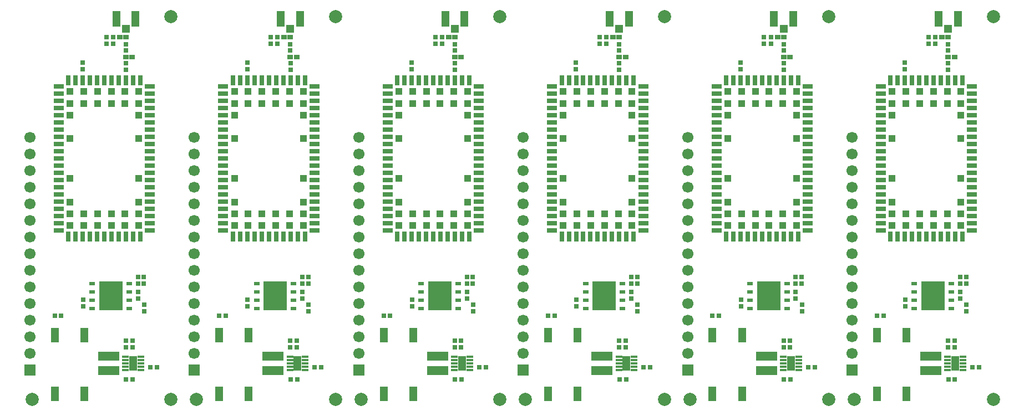
<source format=gts>
G04*
G04 #@! TF.GenerationSoftware,Altium Limited,Altium Designer,18.0.12 (696)*
G04*
G04 Layer_Color=8388736*
%FSLAX44Y44*%
%MOMM*%
G71*
G01*
G75*
%ADD10R,1.5000X0.8000*%
%ADD11R,0.8000X1.5000*%
%ADD12R,1.1000X1.1000*%
%ADD41R,0.8000X0.7000*%
%ADD42R,3.2000X1.4000*%
%ADD43R,1.0500X0.4500*%
%ADD44R,1.2900X2.2000*%
%ADD45R,0.7500X0.8000*%
%ADD46R,0.8500X0.7000*%
%ADD47R,0.7000X0.8000*%
%ADD48R,0.8000X0.7500*%
%ADD49R,1.2000X2.2000*%
%ADD50R,3.6000X4.4000*%
%ADD51R,0.9000X0.5000*%
%ADD52R,1.2500X2.4000*%
%ADD53R,1.2000X1.2500*%
%ADD54C,2.0000*%
%ADD55C,1.7000*%
%ADD56R,1.7000X1.7000*%
D10*
X259040Y695520D02*
D03*
Y684520D02*
D03*
Y673520D02*
D03*
Y662520D02*
D03*
Y651520D02*
D03*
Y640520D02*
D03*
Y629520D02*
D03*
Y618520D02*
D03*
Y607520D02*
D03*
Y596520D02*
D03*
Y585520D02*
D03*
Y574520D02*
D03*
Y563520D02*
D03*
Y552520D02*
D03*
Y541520D02*
D03*
Y530520D02*
D03*
Y519520D02*
D03*
Y508520D02*
D03*
Y497520D02*
D03*
Y486520D02*
D03*
Y475520D02*
D03*
X398040Y475520D02*
D03*
Y486520D02*
D03*
Y497520D02*
D03*
Y508520D02*
D03*
Y519520D02*
D03*
Y530520D02*
D03*
Y541520D02*
D03*
Y552520D02*
D03*
Y563520D02*
D03*
Y574520D02*
D03*
Y585520D02*
D03*
Y596520D02*
D03*
Y607520D02*
D03*
Y618520D02*
D03*
Y629520D02*
D03*
Y640520D02*
D03*
Y651520D02*
D03*
Y662520D02*
D03*
Y673520D02*
D03*
Y684520D02*
D03*
Y695520D02*
D03*
X510040D02*
D03*
Y684520D02*
D03*
Y673520D02*
D03*
Y662520D02*
D03*
Y651520D02*
D03*
Y640520D02*
D03*
Y629520D02*
D03*
Y618520D02*
D03*
Y607520D02*
D03*
Y596520D02*
D03*
Y585520D02*
D03*
Y574520D02*
D03*
Y563520D02*
D03*
Y552520D02*
D03*
Y541520D02*
D03*
Y530520D02*
D03*
Y519520D02*
D03*
Y508520D02*
D03*
Y497520D02*
D03*
Y486520D02*
D03*
Y475520D02*
D03*
X649040Y475520D02*
D03*
Y486520D02*
D03*
Y497520D02*
D03*
Y508520D02*
D03*
Y519520D02*
D03*
Y530520D02*
D03*
Y541520D02*
D03*
Y552520D02*
D03*
Y563520D02*
D03*
Y574520D02*
D03*
Y585520D02*
D03*
Y596520D02*
D03*
Y607520D02*
D03*
Y618520D02*
D03*
Y629520D02*
D03*
Y640520D02*
D03*
Y651520D02*
D03*
Y662520D02*
D03*
Y673520D02*
D03*
Y684520D02*
D03*
Y695520D02*
D03*
X761040D02*
D03*
Y684520D02*
D03*
Y673520D02*
D03*
Y662520D02*
D03*
Y651520D02*
D03*
Y640520D02*
D03*
Y629520D02*
D03*
Y618520D02*
D03*
Y607520D02*
D03*
Y596520D02*
D03*
Y585520D02*
D03*
Y574520D02*
D03*
Y563520D02*
D03*
Y552520D02*
D03*
Y541520D02*
D03*
Y530520D02*
D03*
Y519520D02*
D03*
Y508520D02*
D03*
Y497520D02*
D03*
Y486520D02*
D03*
Y475520D02*
D03*
X900040Y475520D02*
D03*
Y486520D02*
D03*
Y497520D02*
D03*
Y508520D02*
D03*
Y519520D02*
D03*
Y530520D02*
D03*
Y541520D02*
D03*
Y552520D02*
D03*
Y563520D02*
D03*
Y574520D02*
D03*
Y585520D02*
D03*
Y596520D02*
D03*
Y607520D02*
D03*
Y618520D02*
D03*
Y629520D02*
D03*
Y640520D02*
D03*
Y651520D02*
D03*
Y662520D02*
D03*
Y673520D02*
D03*
Y684520D02*
D03*
Y695520D02*
D03*
X1012040D02*
D03*
Y684520D02*
D03*
Y673520D02*
D03*
Y662520D02*
D03*
Y651520D02*
D03*
Y640520D02*
D03*
Y629520D02*
D03*
Y618520D02*
D03*
Y607520D02*
D03*
Y596520D02*
D03*
Y585520D02*
D03*
Y574520D02*
D03*
Y563520D02*
D03*
Y552520D02*
D03*
Y541520D02*
D03*
Y530520D02*
D03*
Y519520D02*
D03*
Y508520D02*
D03*
Y497520D02*
D03*
Y486520D02*
D03*
Y475520D02*
D03*
X1151040Y475520D02*
D03*
Y486520D02*
D03*
Y497520D02*
D03*
Y508520D02*
D03*
Y519520D02*
D03*
Y530520D02*
D03*
Y541520D02*
D03*
Y552520D02*
D03*
Y563520D02*
D03*
Y574520D02*
D03*
Y585520D02*
D03*
Y596520D02*
D03*
Y607520D02*
D03*
Y618520D02*
D03*
Y629520D02*
D03*
Y640520D02*
D03*
Y651520D02*
D03*
Y662520D02*
D03*
Y673520D02*
D03*
Y684520D02*
D03*
Y695520D02*
D03*
X1263040D02*
D03*
Y684520D02*
D03*
Y673520D02*
D03*
Y662520D02*
D03*
Y651520D02*
D03*
Y640520D02*
D03*
Y629520D02*
D03*
Y618520D02*
D03*
Y607520D02*
D03*
Y596520D02*
D03*
Y585520D02*
D03*
Y574520D02*
D03*
Y563520D02*
D03*
Y552520D02*
D03*
Y541520D02*
D03*
Y530520D02*
D03*
Y519520D02*
D03*
Y508520D02*
D03*
Y497520D02*
D03*
Y486520D02*
D03*
Y475520D02*
D03*
X1402040Y475520D02*
D03*
Y486520D02*
D03*
Y497520D02*
D03*
Y508520D02*
D03*
Y519520D02*
D03*
Y530520D02*
D03*
Y541520D02*
D03*
Y552520D02*
D03*
Y563520D02*
D03*
Y574520D02*
D03*
Y585520D02*
D03*
Y596520D02*
D03*
Y607520D02*
D03*
Y618520D02*
D03*
Y629520D02*
D03*
Y640520D02*
D03*
Y651520D02*
D03*
Y662520D02*
D03*
Y673520D02*
D03*
Y684520D02*
D03*
Y695520D02*
D03*
X1514040D02*
D03*
Y684520D02*
D03*
Y673520D02*
D03*
Y662520D02*
D03*
Y651520D02*
D03*
Y640520D02*
D03*
Y629520D02*
D03*
Y618520D02*
D03*
Y607520D02*
D03*
Y596520D02*
D03*
Y585520D02*
D03*
Y574520D02*
D03*
Y563520D02*
D03*
Y552520D02*
D03*
Y541520D02*
D03*
Y530520D02*
D03*
Y519520D02*
D03*
Y508520D02*
D03*
Y497520D02*
D03*
Y486520D02*
D03*
Y475520D02*
D03*
X1653040Y475520D02*
D03*
Y486520D02*
D03*
Y497520D02*
D03*
Y508520D02*
D03*
Y519520D02*
D03*
Y530520D02*
D03*
Y541520D02*
D03*
Y552520D02*
D03*
Y563520D02*
D03*
Y574520D02*
D03*
Y585520D02*
D03*
Y596520D02*
D03*
Y607520D02*
D03*
Y618520D02*
D03*
Y629520D02*
D03*
Y640520D02*
D03*
Y651520D02*
D03*
Y662520D02*
D03*
Y673520D02*
D03*
Y684520D02*
D03*
Y695520D02*
D03*
D11*
X273540Y466020D02*
D03*
X284540D02*
D03*
X295540D02*
D03*
X306540D02*
D03*
X317540D02*
D03*
X328540D02*
D03*
X339540D02*
D03*
X350540D02*
D03*
X361540D02*
D03*
X372540D02*
D03*
X383540D02*
D03*
Y705020D02*
D03*
X372540D02*
D03*
X361540D02*
D03*
X350540D02*
D03*
X339540D02*
D03*
X328540D02*
D03*
X317540D02*
D03*
X306540D02*
D03*
X295540D02*
D03*
X284540D02*
D03*
X273540D02*
D03*
X524540Y466020D02*
D03*
X535540D02*
D03*
X546540D02*
D03*
X557540D02*
D03*
X568540D02*
D03*
X579540D02*
D03*
X590540D02*
D03*
X601540D02*
D03*
X612540D02*
D03*
X623540D02*
D03*
X634540D02*
D03*
Y705020D02*
D03*
X623540D02*
D03*
X612540D02*
D03*
X601540D02*
D03*
X590540D02*
D03*
X579540D02*
D03*
X568540D02*
D03*
X557540D02*
D03*
X546540D02*
D03*
X535540D02*
D03*
X524540D02*
D03*
X775540Y466020D02*
D03*
X786540D02*
D03*
X797540D02*
D03*
X808540D02*
D03*
X819540D02*
D03*
X830540D02*
D03*
X841540D02*
D03*
X852540D02*
D03*
X863540D02*
D03*
X874540D02*
D03*
X885540D02*
D03*
Y705020D02*
D03*
X874540D02*
D03*
X863540D02*
D03*
X852540D02*
D03*
X841540D02*
D03*
X830540D02*
D03*
X819540D02*
D03*
X808540D02*
D03*
X797540D02*
D03*
X786540D02*
D03*
X775540D02*
D03*
X1026540Y466020D02*
D03*
X1037540D02*
D03*
X1048540D02*
D03*
X1059540D02*
D03*
X1070540D02*
D03*
X1081540D02*
D03*
X1092540D02*
D03*
X1103540D02*
D03*
X1114540D02*
D03*
X1125540D02*
D03*
X1136540D02*
D03*
Y705020D02*
D03*
X1125540D02*
D03*
X1114540D02*
D03*
X1103540D02*
D03*
X1092540D02*
D03*
X1081540D02*
D03*
X1070540D02*
D03*
X1059540D02*
D03*
X1048540D02*
D03*
X1037540D02*
D03*
X1026540D02*
D03*
X1277540Y466020D02*
D03*
X1288540D02*
D03*
X1299540D02*
D03*
X1310540D02*
D03*
X1321540D02*
D03*
X1332540D02*
D03*
X1343540D02*
D03*
X1354540D02*
D03*
X1365540D02*
D03*
X1376540D02*
D03*
X1387540D02*
D03*
Y705020D02*
D03*
X1376540D02*
D03*
X1365540D02*
D03*
X1354540D02*
D03*
X1343540D02*
D03*
X1332540D02*
D03*
X1321540D02*
D03*
X1310540D02*
D03*
X1299540D02*
D03*
X1288540D02*
D03*
X1277540D02*
D03*
X1528540Y466020D02*
D03*
X1539540D02*
D03*
X1550540D02*
D03*
X1561540D02*
D03*
X1572540D02*
D03*
X1583540D02*
D03*
X1594540D02*
D03*
X1605540D02*
D03*
X1616540D02*
D03*
X1627540D02*
D03*
X1638540D02*
D03*
Y705020D02*
D03*
X1627540D02*
D03*
X1616540D02*
D03*
X1605540D02*
D03*
X1594540D02*
D03*
X1583540D02*
D03*
X1572540D02*
D03*
X1561540D02*
D03*
X1550540D02*
D03*
X1539540D02*
D03*
X1528540D02*
D03*
D12*
X276040Y688020D02*
D03*
Y670020D02*
D03*
Y652020D02*
D03*
Y616020D02*
D03*
Y555020D02*
D03*
Y519020D02*
D03*
Y501020D02*
D03*
Y483020D02*
D03*
X297040D02*
D03*
X318040D02*
D03*
X339040D02*
D03*
X360040D02*
D03*
X381040D02*
D03*
Y501020D02*
D03*
X360040D02*
D03*
X339040D02*
D03*
X318040D02*
D03*
X297040D02*
D03*
X381040Y519020D02*
D03*
Y555020D02*
D03*
Y616020D02*
D03*
Y652020D02*
D03*
X297040Y670020D02*
D03*
X318040D02*
D03*
X339040D02*
D03*
X360040D02*
D03*
X381040D02*
D03*
Y688020D02*
D03*
X360040D02*
D03*
X339040D02*
D03*
X318040D02*
D03*
X297040D02*
D03*
X527040D02*
D03*
Y670020D02*
D03*
Y652020D02*
D03*
Y616020D02*
D03*
Y555020D02*
D03*
Y519020D02*
D03*
Y501020D02*
D03*
Y483020D02*
D03*
X548040D02*
D03*
X569040D02*
D03*
X590040D02*
D03*
X611040D02*
D03*
X632040D02*
D03*
Y501020D02*
D03*
X611040D02*
D03*
X590040D02*
D03*
X569040D02*
D03*
X548040D02*
D03*
X632040Y519020D02*
D03*
Y555020D02*
D03*
Y616020D02*
D03*
Y652020D02*
D03*
X548040Y670020D02*
D03*
X569040D02*
D03*
X590040D02*
D03*
X611040D02*
D03*
X632040D02*
D03*
Y688020D02*
D03*
X611040D02*
D03*
X590040D02*
D03*
X569040D02*
D03*
X548040D02*
D03*
X778040D02*
D03*
Y670020D02*
D03*
Y652020D02*
D03*
Y616020D02*
D03*
Y555020D02*
D03*
Y519020D02*
D03*
Y501020D02*
D03*
Y483020D02*
D03*
X799040D02*
D03*
X820040D02*
D03*
X841040D02*
D03*
X862040D02*
D03*
X883040D02*
D03*
Y501020D02*
D03*
X862040D02*
D03*
X841040D02*
D03*
X820040D02*
D03*
X799040D02*
D03*
X883040Y519020D02*
D03*
Y555020D02*
D03*
Y616020D02*
D03*
Y652020D02*
D03*
X799040Y670020D02*
D03*
X820040D02*
D03*
X841040D02*
D03*
X862040D02*
D03*
X883040D02*
D03*
Y688020D02*
D03*
X862040D02*
D03*
X841040D02*
D03*
X820040D02*
D03*
X799040D02*
D03*
X1029040D02*
D03*
Y670020D02*
D03*
Y652020D02*
D03*
Y616020D02*
D03*
Y555020D02*
D03*
Y519020D02*
D03*
Y501020D02*
D03*
Y483020D02*
D03*
X1050040D02*
D03*
X1071040D02*
D03*
X1092040D02*
D03*
X1113040D02*
D03*
X1134040D02*
D03*
Y501020D02*
D03*
X1113040D02*
D03*
X1092040D02*
D03*
X1071040D02*
D03*
X1050040D02*
D03*
X1134040Y519020D02*
D03*
Y555020D02*
D03*
Y616020D02*
D03*
Y652020D02*
D03*
X1050040Y670020D02*
D03*
X1071040D02*
D03*
X1092040D02*
D03*
X1113040D02*
D03*
X1134040D02*
D03*
Y688020D02*
D03*
X1113040D02*
D03*
X1092040D02*
D03*
X1071040D02*
D03*
X1050040D02*
D03*
X1280040D02*
D03*
Y670020D02*
D03*
Y652020D02*
D03*
Y616020D02*
D03*
Y555020D02*
D03*
Y519020D02*
D03*
Y501020D02*
D03*
Y483020D02*
D03*
X1301040D02*
D03*
X1322040D02*
D03*
X1343040D02*
D03*
X1364040D02*
D03*
X1385040D02*
D03*
Y501020D02*
D03*
X1364040D02*
D03*
X1343040D02*
D03*
X1322040D02*
D03*
X1301040D02*
D03*
X1385040Y519020D02*
D03*
Y555020D02*
D03*
Y616020D02*
D03*
Y652020D02*
D03*
X1301040Y670020D02*
D03*
X1322040D02*
D03*
X1343040D02*
D03*
X1364040D02*
D03*
X1385040D02*
D03*
Y688020D02*
D03*
X1364040D02*
D03*
X1343040D02*
D03*
X1322040D02*
D03*
X1301040D02*
D03*
X1531040D02*
D03*
Y670020D02*
D03*
Y652020D02*
D03*
Y616020D02*
D03*
Y555020D02*
D03*
Y519020D02*
D03*
Y501020D02*
D03*
Y483020D02*
D03*
X1552040D02*
D03*
X1573040D02*
D03*
X1594040D02*
D03*
X1615040D02*
D03*
X1636040D02*
D03*
Y501020D02*
D03*
X1615040D02*
D03*
X1594040D02*
D03*
X1573040D02*
D03*
X1552040D02*
D03*
X1636040Y519020D02*
D03*
Y555020D02*
D03*
Y616020D02*
D03*
Y652020D02*
D03*
X1552040Y670020D02*
D03*
X1573040D02*
D03*
X1594040D02*
D03*
X1615040D02*
D03*
X1636040D02*
D03*
Y688020D02*
D03*
X1615040D02*
D03*
X1594040D02*
D03*
X1573040D02*
D03*
X1552040D02*
D03*
D41*
X361250Y307500D02*
D03*
X371250D02*
D03*
X361250Y297500D02*
D03*
X371250D02*
D03*
X398750Y267000D02*
D03*
X408750D02*
D03*
X361750Y248250D02*
D03*
X371750D02*
D03*
X612250Y307500D02*
D03*
X622250D02*
D03*
X612250Y297500D02*
D03*
X622250D02*
D03*
X649750Y267000D02*
D03*
X659750D02*
D03*
X612750Y248250D02*
D03*
X622750D02*
D03*
X863250Y307500D02*
D03*
X873250D02*
D03*
X863250Y297500D02*
D03*
X873250D02*
D03*
X900750Y267000D02*
D03*
X910750D02*
D03*
X863750Y248250D02*
D03*
X873750D02*
D03*
X1114250Y307500D02*
D03*
X1124250D02*
D03*
X1114250Y297500D02*
D03*
X1124250D02*
D03*
X1151750Y267000D02*
D03*
X1161750D02*
D03*
X1114750Y248250D02*
D03*
X1124750D02*
D03*
X1365250Y307500D02*
D03*
X1375250D02*
D03*
X1365250Y297500D02*
D03*
X1375250D02*
D03*
X1402750Y267000D02*
D03*
X1412750D02*
D03*
X1365750Y248250D02*
D03*
X1375750D02*
D03*
X1616250Y307500D02*
D03*
X1626250D02*
D03*
X1616250Y297500D02*
D03*
X1626250D02*
D03*
X1653750Y267000D02*
D03*
X1663750D02*
D03*
X1616750Y248250D02*
D03*
X1626750D02*
D03*
D42*
X335000Y261650D02*
D03*
Y283350D02*
D03*
X586000Y261650D02*
D03*
Y283350D02*
D03*
X837000Y261650D02*
D03*
Y283350D02*
D03*
X1088000Y261650D02*
D03*
Y283350D02*
D03*
X1339000Y261650D02*
D03*
Y283350D02*
D03*
X1590000Y261650D02*
D03*
Y283350D02*
D03*
D43*
X360800Y282500D02*
D03*
Y277500D02*
D03*
Y272500D02*
D03*
Y267500D02*
D03*
Y262500D02*
D03*
X384200Y282500D02*
D03*
Y277500D02*
D03*
Y272500D02*
D03*
Y267500D02*
D03*
Y262500D02*
D03*
X611800Y282500D02*
D03*
Y277500D02*
D03*
Y272500D02*
D03*
Y267500D02*
D03*
Y262500D02*
D03*
X635200Y282500D02*
D03*
Y277500D02*
D03*
Y272500D02*
D03*
Y267500D02*
D03*
Y262500D02*
D03*
X862800Y282500D02*
D03*
Y277500D02*
D03*
Y272500D02*
D03*
Y267500D02*
D03*
Y262500D02*
D03*
X886200Y282500D02*
D03*
Y277500D02*
D03*
Y272500D02*
D03*
Y267500D02*
D03*
Y262500D02*
D03*
X1113800Y282500D02*
D03*
Y277500D02*
D03*
Y272500D02*
D03*
Y267500D02*
D03*
Y262500D02*
D03*
X1137200Y282500D02*
D03*
Y277500D02*
D03*
Y272500D02*
D03*
Y267500D02*
D03*
Y262500D02*
D03*
X1364800Y282500D02*
D03*
Y277500D02*
D03*
Y272500D02*
D03*
Y267500D02*
D03*
Y262500D02*
D03*
X1388200Y282500D02*
D03*
Y277500D02*
D03*
Y272500D02*
D03*
Y267500D02*
D03*
Y262500D02*
D03*
X1615800Y282500D02*
D03*
Y277500D02*
D03*
Y272500D02*
D03*
Y267500D02*
D03*
Y262500D02*
D03*
X1639200Y282500D02*
D03*
Y277500D02*
D03*
Y272500D02*
D03*
Y267500D02*
D03*
Y262500D02*
D03*
D44*
X372500Y272500D02*
D03*
X623500D02*
D03*
X874500D02*
D03*
X1125500D02*
D03*
X1376500D02*
D03*
X1627500D02*
D03*
D45*
X361560Y731490D02*
D03*
Y721490D02*
D03*
X295500Y732000D02*
D03*
Y722000D02*
D03*
X341750Y761250D02*
D03*
Y771250D02*
D03*
X612560Y731490D02*
D03*
Y721490D02*
D03*
X546500Y732000D02*
D03*
Y722000D02*
D03*
X592750Y761250D02*
D03*
Y771250D02*
D03*
X863560Y731490D02*
D03*
Y721490D02*
D03*
X797500Y732000D02*
D03*
Y722000D02*
D03*
X843750Y761250D02*
D03*
Y771250D02*
D03*
X1114560Y731490D02*
D03*
Y721490D02*
D03*
X1048500Y732000D02*
D03*
Y722000D02*
D03*
X1094750Y761250D02*
D03*
Y771250D02*
D03*
X1365560Y731490D02*
D03*
Y721490D02*
D03*
X1299500Y732000D02*
D03*
Y722000D02*
D03*
X1345750Y761250D02*
D03*
Y771250D02*
D03*
X1616560Y731490D02*
D03*
Y721490D02*
D03*
X1550500Y732000D02*
D03*
Y722000D02*
D03*
X1596750Y761250D02*
D03*
Y771250D02*
D03*
D46*
X361500Y741000D02*
D03*
X371000D02*
D03*
X361500Y771250D02*
D03*
X352000D02*
D03*
X612500Y741000D02*
D03*
X622000D02*
D03*
X612500Y771250D02*
D03*
X603000D02*
D03*
X863500Y741000D02*
D03*
X873000D02*
D03*
X863500Y771250D02*
D03*
X854000D02*
D03*
X1114500Y741000D02*
D03*
X1124000D02*
D03*
X1114500Y771250D02*
D03*
X1105000D02*
D03*
X1365500Y741000D02*
D03*
X1375000D02*
D03*
X1365500Y771250D02*
D03*
X1356000D02*
D03*
X1616500Y741000D02*
D03*
X1626000D02*
D03*
X1616500Y771250D02*
D03*
X1607000D02*
D03*
D47*
X361500Y750500D02*
D03*
Y760500D02*
D03*
X331500Y771250D02*
D03*
Y761250D02*
D03*
X389250Y352250D02*
D03*
Y362250D02*
D03*
X379750Y372000D02*
D03*
Y382000D02*
D03*
Y404750D02*
D03*
Y394750D02*
D03*
X296000Y359500D02*
D03*
Y369500D02*
D03*
X388750Y404750D02*
D03*
Y394750D02*
D03*
X612500Y750500D02*
D03*
Y760500D02*
D03*
X582500Y771250D02*
D03*
Y761250D02*
D03*
X640250Y352250D02*
D03*
Y362250D02*
D03*
X630750Y372000D02*
D03*
Y382000D02*
D03*
Y404750D02*
D03*
Y394750D02*
D03*
X547000Y359500D02*
D03*
Y369500D02*
D03*
X639750Y404750D02*
D03*
Y394750D02*
D03*
X863500Y750500D02*
D03*
Y760500D02*
D03*
X833500Y771250D02*
D03*
Y761250D02*
D03*
X891250Y352250D02*
D03*
Y362250D02*
D03*
X881750Y372000D02*
D03*
Y382000D02*
D03*
Y404750D02*
D03*
Y394750D02*
D03*
X798000Y359500D02*
D03*
Y369500D02*
D03*
X890750Y404750D02*
D03*
Y394750D02*
D03*
X1114500Y750500D02*
D03*
Y760500D02*
D03*
X1084500Y771250D02*
D03*
Y761250D02*
D03*
X1142250Y352250D02*
D03*
Y362250D02*
D03*
X1132750Y372000D02*
D03*
Y382000D02*
D03*
Y404750D02*
D03*
Y394750D02*
D03*
X1049000Y359500D02*
D03*
Y369500D02*
D03*
X1141750Y404750D02*
D03*
Y394750D02*
D03*
X1365500Y750500D02*
D03*
Y760500D02*
D03*
X1335500Y771250D02*
D03*
Y761250D02*
D03*
X1393250Y352250D02*
D03*
Y362250D02*
D03*
X1383750Y372000D02*
D03*
Y382000D02*
D03*
Y404750D02*
D03*
Y394750D02*
D03*
X1300000Y359500D02*
D03*
Y369500D02*
D03*
X1392750Y404750D02*
D03*
Y394750D02*
D03*
X1616500Y750500D02*
D03*
Y760500D02*
D03*
X1586500Y771250D02*
D03*
Y761250D02*
D03*
X1644250Y352250D02*
D03*
Y362250D02*
D03*
X1634750Y372000D02*
D03*
Y382000D02*
D03*
Y404750D02*
D03*
Y394750D02*
D03*
X1551000Y359500D02*
D03*
Y369500D02*
D03*
X1643750Y404750D02*
D03*
Y394750D02*
D03*
D48*
X262750Y345250D02*
D03*
X252750D02*
D03*
X513750D02*
D03*
X503750D02*
D03*
X764750D02*
D03*
X754750D02*
D03*
X1015750D02*
D03*
X1005750D02*
D03*
X1266750D02*
D03*
X1256750D02*
D03*
X1517750D02*
D03*
X1507750D02*
D03*
D49*
X297750Y226000D02*
D03*
X252750D02*
D03*
X297750Y316000D02*
D03*
X252750D02*
D03*
X548750Y226000D02*
D03*
X503750D02*
D03*
X548750Y316000D02*
D03*
X503750D02*
D03*
X799750Y226000D02*
D03*
X754750D02*
D03*
X799750Y316000D02*
D03*
X754750D02*
D03*
X1050750Y226000D02*
D03*
X1005750D02*
D03*
X1050750Y316000D02*
D03*
X1005750D02*
D03*
X1301750Y226000D02*
D03*
X1256750D02*
D03*
X1301750Y316000D02*
D03*
X1256750D02*
D03*
X1552750Y226000D02*
D03*
X1507750D02*
D03*
X1552750Y316000D02*
D03*
X1507750D02*
D03*
D50*
X338500Y375750D02*
D03*
X589500D02*
D03*
X840500D02*
D03*
X1091500D02*
D03*
X1342500D02*
D03*
X1593500D02*
D03*
D51*
X366500Y394800D02*
D03*
X366500Y382100D02*
D03*
Y369400D02*
D03*
X366500Y356700D02*
D03*
X310000D02*
D03*
Y369400D02*
D03*
Y382100D02*
D03*
Y394800D02*
D03*
X617500D02*
D03*
X617500Y382100D02*
D03*
Y369400D02*
D03*
X617500Y356700D02*
D03*
X561000D02*
D03*
Y369400D02*
D03*
Y382100D02*
D03*
Y394800D02*
D03*
X868500D02*
D03*
X868500Y382100D02*
D03*
Y369400D02*
D03*
X868500Y356700D02*
D03*
X812000D02*
D03*
Y369400D02*
D03*
Y382100D02*
D03*
Y394800D02*
D03*
X1119500D02*
D03*
X1119500Y382100D02*
D03*
Y369400D02*
D03*
X1119500Y356700D02*
D03*
X1063000D02*
D03*
Y369400D02*
D03*
Y382100D02*
D03*
Y394800D02*
D03*
X1370500D02*
D03*
X1370500Y382100D02*
D03*
Y369400D02*
D03*
X1370500Y356700D02*
D03*
X1314000D02*
D03*
Y369400D02*
D03*
Y382100D02*
D03*
Y394800D02*
D03*
X1621500D02*
D03*
X1621500Y382100D02*
D03*
Y369400D02*
D03*
X1621500Y356700D02*
D03*
X1565000D02*
D03*
Y369400D02*
D03*
Y382100D02*
D03*
Y394800D02*
D03*
D52*
X376250Y799500D02*
D03*
X346750D02*
D03*
X627250D02*
D03*
X597750D02*
D03*
X878250D02*
D03*
X848750D02*
D03*
X1129250D02*
D03*
X1099750D02*
D03*
X1380250D02*
D03*
X1350750D02*
D03*
X1631250D02*
D03*
X1601750D02*
D03*
D53*
X361500Y784250D02*
D03*
X612500D02*
D03*
X863500D02*
D03*
X1114500D02*
D03*
X1365500D02*
D03*
X1616500D02*
D03*
D54*
X218250Y217250D02*
D03*
X430250Y217750D02*
D03*
Y802750D02*
D03*
X469250Y217250D02*
D03*
X681250Y217750D02*
D03*
Y802750D02*
D03*
X720250Y217250D02*
D03*
X932250Y217750D02*
D03*
Y802750D02*
D03*
X971250Y217250D02*
D03*
X1183250Y217750D02*
D03*
Y802750D02*
D03*
X1222250Y217250D02*
D03*
X1434250Y217750D02*
D03*
Y802750D02*
D03*
X1473250Y217250D02*
D03*
X1685250Y217750D02*
D03*
Y802750D02*
D03*
D55*
X215000Y491300D02*
D03*
Y465900D02*
D03*
Y415100D02*
D03*
Y389700D02*
D03*
Y592900D02*
D03*
Y338900D02*
D03*
Y516700D02*
D03*
Y288100D02*
D03*
Y542100D02*
D03*
Y313500D02*
D03*
Y567500D02*
D03*
Y364300D02*
D03*
Y618300D02*
D03*
Y440500D02*
D03*
X466000Y491300D02*
D03*
Y465900D02*
D03*
Y415100D02*
D03*
Y389700D02*
D03*
Y592900D02*
D03*
Y338900D02*
D03*
Y516700D02*
D03*
Y288100D02*
D03*
Y542100D02*
D03*
Y313500D02*
D03*
Y567500D02*
D03*
Y364300D02*
D03*
Y618300D02*
D03*
Y440500D02*
D03*
X717000Y491300D02*
D03*
Y465900D02*
D03*
Y415100D02*
D03*
Y389700D02*
D03*
Y592900D02*
D03*
Y338900D02*
D03*
Y516700D02*
D03*
Y288100D02*
D03*
Y542100D02*
D03*
Y313500D02*
D03*
Y567500D02*
D03*
Y364300D02*
D03*
Y618300D02*
D03*
Y440500D02*
D03*
X968000Y491300D02*
D03*
Y465900D02*
D03*
Y415100D02*
D03*
Y389700D02*
D03*
Y592900D02*
D03*
Y338900D02*
D03*
Y516700D02*
D03*
Y288100D02*
D03*
Y542100D02*
D03*
Y313500D02*
D03*
Y567500D02*
D03*
Y364300D02*
D03*
Y618300D02*
D03*
Y440500D02*
D03*
X1219000Y491300D02*
D03*
Y465900D02*
D03*
Y415100D02*
D03*
Y389700D02*
D03*
Y592900D02*
D03*
Y338900D02*
D03*
Y516700D02*
D03*
Y288100D02*
D03*
Y542100D02*
D03*
Y313500D02*
D03*
Y567500D02*
D03*
Y364300D02*
D03*
Y618300D02*
D03*
Y440500D02*
D03*
X1470000Y491300D02*
D03*
Y465900D02*
D03*
Y415100D02*
D03*
Y389700D02*
D03*
Y592900D02*
D03*
Y338900D02*
D03*
Y516700D02*
D03*
Y288100D02*
D03*
Y542100D02*
D03*
Y313500D02*
D03*
Y567500D02*
D03*
Y364300D02*
D03*
Y618300D02*
D03*
Y440500D02*
D03*
D56*
X215000Y262700D02*
D03*
X466000D02*
D03*
X717000D02*
D03*
X968000D02*
D03*
X1219000D02*
D03*
X1470000D02*
D03*
M02*

</source>
